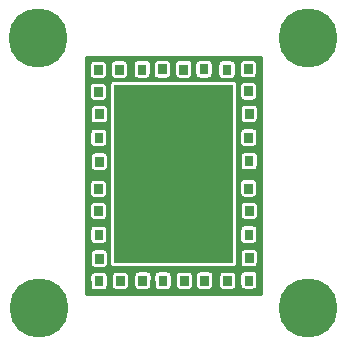
<source format=gbr>
%TF.GenerationSoftware,KiCad,Pcbnew,9.0.2*%
%TF.CreationDate,2025-06-19T13:53:20-04:00*%
%TF.ProjectId,GlassIDC_Mounted_10x15mm,476c6173-7349-4444-935f-4d6f756e7465,rev?*%
%TF.SameCoordinates,Original*%
%TF.FileFunction,Soldermask,Top*%
%TF.FilePolarity,Negative*%
%FSLAX46Y46*%
G04 Gerber Fmt 4.6, Leading zero omitted, Abs format (unit mm)*
G04 Created by KiCad (PCBNEW 9.0.2) date 2025-06-19 13:53:20*
%MOMM*%
%LPD*%
G01*
G04 APERTURE LIST*
%ADD10C,0.110000*%
%ADD11C,0.010000*%
%ADD12C,0.100000*%
%ADD13C,5.000000*%
G04 APERTURE END LIST*
D10*
X147837257Y-96466129D02*
X147185257Y-96466129D01*
X147185257Y-95704129D01*
X147837257Y-95704129D01*
X147837257Y-96466129D01*
G36*
X147837257Y-96466129D02*
G01*
X147185257Y-96466129D01*
X147185257Y-95704129D01*
X147837257Y-95704129D01*
X147837257Y-96466129D01*
G37*
D11*
X145000000Y-97099679D02*
X142999999Y-97099679D01*
X143000000Y-95715030D01*
X143201731Y-95715030D01*
X143204043Y-96478034D01*
X143215604Y-96567052D01*
X143263003Y-96675723D01*
X143343929Y-96762429D01*
X143447976Y-96816765D01*
X143562428Y-96836418D01*
X144219080Y-96836418D01*
X144306942Y-96824858D01*
X144406742Y-96776688D01*
X144494604Y-96696533D01*
X144547784Y-96594027D01*
X144567052Y-96477649D01*
X144567823Y-95712718D01*
X144556262Y-95625627D01*
X144510019Y-95520809D01*
X144429864Y-95435259D01*
X144328129Y-95379767D01*
X144214063Y-95359729D01*
X143562171Y-95359729D01*
X143473795Y-95370005D01*
X143365872Y-95415966D01*
X143365894Y-95415991D01*
X143278803Y-95496917D01*
X143223311Y-95600193D01*
X143201731Y-95715030D01*
X143000000Y-95715030D01*
X143000000Y-95000000D01*
X145000000Y-95000000D01*
X145000000Y-97099679D01*
G36*
X145000000Y-97099679D02*
G01*
X142999999Y-97099679D01*
X143000000Y-95715030D01*
X143201731Y-95715030D01*
X143204043Y-96478034D01*
X143215604Y-96567052D01*
X143263003Y-96675723D01*
X143343929Y-96762429D01*
X143447976Y-96816765D01*
X143562428Y-96836418D01*
X144219080Y-96836418D01*
X144306942Y-96824858D01*
X144406742Y-96776688D01*
X144494604Y-96696533D01*
X144547784Y-96594027D01*
X144567052Y-96477649D01*
X144567823Y-95712718D01*
X144556262Y-95625627D01*
X144510019Y-95520809D01*
X144429864Y-95435259D01*
X144328129Y-95379767D01*
X144214063Y-95359729D01*
X143562171Y-95359729D01*
X143473795Y-95370005D01*
X143365872Y-95415966D01*
X143365894Y-95415991D01*
X143278803Y-95496917D01*
X143223311Y-95600193D01*
X143201731Y-95715030D01*
X143000000Y-95715030D01*
X143000000Y-95000000D01*
X145000000Y-95000000D01*
X145000000Y-97099679D01*
G37*
D10*
X155111937Y-96446468D02*
X154459937Y-96446468D01*
X154459937Y-95684468D01*
X155111937Y-95684468D01*
X155111937Y-96446468D01*
G36*
X155111937Y-96446468D02*
G01*
X154459937Y-96446468D01*
X154459937Y-95684468D01*
X155111937Y-95684468D01*
X155111937Y-96446468D01*
G37*
X146126724Y-96475790D02*
X145474724Y-96475790D01*
X145474724Y-95713790D01*
X146126724Y-95713790D01*
X146126724Y-96475790D01*
G36*
X146126724Y-96475790D02*
G01*
X145474724Y-96475790D01*
X145474724Y-95713790D01*
X146126724Y-95713790D01*
X146126724Y-96475790D01*
G37*
D11*
X141285572Y-111007733D02*
X141285572Y-111007732D01*
X143111276Y-111007732D01*
X143111276Y-113106299D01*
X141000573Y-113106299D01*
X141000574Y-111722762D01*
X141487303Y-111722762D01*
X141489615Y-112485766D01*
X141501176Y-112574784D01*
X141548575Y-112683455D01*
X141629501Y-112770161D01*
X141733548Y-112824497D01*
X141848000Y-112844150D01*
X142504652Y-112844150D01*
X142592514Y-112832590D01*
X142692314Y-112784420D01*
X142780176Y-112704265D01*
X142833356Y-112601759D01*
X142852624Y-112485381D01*
X142853395Y-111720450D01*
X142841834Y-111633359D01*
X142795591Y-111528541D01*
X142715436Y-111442991D01*
X142613701Y-111387499D01*
X142499635Y-111367461D01*
X141847743Y-111367461D01*
X141759367Y-111377737D01*
X141651444Y-111423698D01*
X141651466Y-111423723D01*
X141564375Y-111504649D01*
X141508883Y-111607925D01*
X141487303Y-111722762D01*
X141000574Y-111722762D01*
X141000574Y-110683716D01*
X141285572Y-111007733D01*
G36*
X141285572Y-111007733D02*
G01*
X141285572Y-111007732D01*
X143111276Y-111007732D01*
X143111276Y-113106299D01*
X141000573Y-113106299D01*
X141000574Y-111722762D01*
X141487303Y-111722762D01*
X141489615Y-112485766D01*
X141501176Y-112574784D01*
X141548575Y-112683455D01*
X141629501Y-112770161D01*
X141733548Y-112824497D01*
X141848000Y-112844150D01*
X142504652Y-112844150D01*
X142592514Y-112832590D01*
X142692314Y-112784420D01*
X142780176Y-112704265D01*
X142833356Y-112601759D01*
X142852624Y-112485381D01*
X142853395Y-111720450D01*
X142841834Y-111633359D01*
X142795591Y-111528541D01*
X142715436Y-111442991D01*
X142613701Y-111387499D01*
X142499635Y-111367461D01*
X141847743Y-111367461D01*
X141759367Y-111377737D01*
X141651444Y-111423698D01*
X141651466Y-111423723D01*
X141564375Y-111504649D01*
X141508883Y-111607925D01*
X141487303Y-111722762D01*
X141000574Y-111722762D01*
X141000574Y-110683716D01*
X141285572Y-111007733D01*
G37*
X141256959Y-100780562D02*
X141256959Y-100780561D01*
X143111277Y-100780561D01*
X143111277Y-102879128D01*
X140993918Y-102879128D01*
X140993919Y-101495591D01*
X141458690Y-101495591D01*
X141461002Y-102258595D01*
X141472563Y-102347613D01*
X141519962Y-102456284D01*
X141600888Y-102542990D01*
X141704935Y-102597326D01*
X141819387Y-102616979D01*
X142476039Y-102616979D01*
X142563901Y-102605419D01*
X142663701Y-102557249D01*
X142751563Y-102477094D01*
X142804743Y-102374588D01*
X142824011Y-102258210D01*
X142824782Y-101493279D01*
X142813221Y-101406188D01*
X142766978Y-101301370D01*
X142686823Y-101215820D01*
X142585088Y-101160328D01*
X142471022Y-101140290D01*
X141819130Y-101140290D01*
X141730754Y-101150566D01*
X141622831Y-101196527D01*
X141622853Y-101196552D01*
X141535762Y-101277478D01*
X141480270Y-101380754D01*
X141458690Y-101495591D01*
X140993919Y-101495591D01*
X140993919Y-100481509D01*
X141256959Y-100780562D01*
G36*
X141256959Y-100780562D02*
G01*
X141256959Y-100780561D01*
X143111277Y-100780561D01*
X143111277Y-102879128D01*
X140993918Y-102879128D01*
X140993919Y-101495591D01*
X141458690Y-101495591D01*
X141461002Y-102258595D01*
X141472563Y-102347613D01*
X141519962Y-102456284D01*
X141600888Y-102542990D01*
X141704935Y-102597326D01*
X141819387Y-102616979D01*
X142476039Y-102616979D01*
X142563901Y-102605419D01*
X142663701Y-102557249D01*
X142751563Y-102477094D01*
X142804743Y-102374588D01*
X142824011Y-102258210D01*
X142824782Y-101493279D01*
X142813221Y-101406188D01*
X142766978Y-101301370D01*
X142686823Y-101215820D01*
X142585088Y-101160328D01*
X142471022Y-101140290D01*
X141819130Y-101140290D01*
X141730754Y-101150566D01*
X141622831Y-101196527D01*
X141622853Y-101196552D01*
X141535762Y-101277478D01*
X141480270Y-101380754D01*
X141458690Y-101495591D01*
X140993919Y-101495591D01*
X140993919Y-100481509D01*
X141256959Y-100780562D01*
G37*
D10*
X142474756Y-110494241D02*
X141822756Y-110494241D01*
X141822756Y-109732241D01*
X142474756Y-109732241D01*
X142474756Y-110494241D01*
G36*
X142474756Y-110494241D02*
G01*
X141822756Y-110494241D01*
X141822756Y-109732241D01*
X142474756Y-109732241D01*
X142474756Y-110494241D01*
G37*
X146188723Y-114366806D02*
X145536723Y-114366806D01*
X145536723Y-113604806D01*
X146188723Y-113604806D01*
X146188723Y-114366806D01*
G36*
X146188723Y-114366806D02*
G01*
X145536723Y-114366806D01*
X145536723Y-113604806D01*
X146188723Y-113604806D01*
X146188723Y-114366806D01*
G37*
X155173936Y-114337484D02*
X154521936Y-114337484D01*
X154521936Y-113575484D01*
X155173936Y-113575484D01*
X155173936Y-114337484D01*
G36*
X155173936Y-114337484D02*
G01*
X154521936Y-114337484D01*
X154521936Y-113575484D01*
X155173936Y-113575484D01*
X155173936Y-114337484D01*
G37*
D11*
X145070083Y-114990652D02*
X143070082Y-114990652D01*
X143070083Y-113606003D01*
X143271814Y-113606003D01*
X143274126Y-114369007D01*
X143285687Y-114458025D01*
X143333086Y-114566696D01*
X143414012Y-114653402D01*
X143518059Y-114707738D01*
X143632511Y-114727391D01*
X144289163Y-114727391D01*
X144377025Y-114715831D01*
X144476825Y-114667661D01*
X144564687Y-114587506D01*
X144617867Y-114485000D01*
X144637135Y-114368622D01*
X144637906Y-113603691D01*
X144626345Y-113516600D01*
X144580102Y-113411782D01*
X144499947Y-113326232D01*
X144398212Y-113270740D01*
X144284146Y-113250702D01*
X143632254Y-113250702D01*
X143543878Y-113260978D01*
X143435955Y-113306939D01*
X143435977Y-113306964D01*
X143348886Y-113387890D01*
X143293394Y-113491166D01*
X143271814Y-113606003D01*
X143070083Y-113606003D01*
X143070083Y-112890973D01*
X145070083Y-112890973D01*
X145070083Y-114990652D01*
G36*
X145070083Y-114990652D02*
G01*
X143070082Y-114990652D01*
X143070083Y-113606003D01*
X143271814Y-113606003D01*
X143274126Y-114369007D01*
X143285687Y-114458025D01*
X143333086Y-114566696D01*
X143414012Y-114653402D01*
X143518059Y-114707738D01*
X143632511Y-114727391D01*
X144289163Y-114727391D01*
X144377025Y-114715831D01*
X144476825Y-114667661D01*
X144564687Y-114587506D01*
X144617867Y-114485000D01*
X144637135Y-114368622D01*
X144637906Y-113603691D01*
X144626345Y-113516600D01*
X144580102Y-113411782D01*
X144499947Y-113326232D01*
X144398212Y-113270740D01*
X144284146Y-113250702D01*
X143632254Y-113250702D01*
X143543878Y-113260978D01*
X143435955Y-113306939D01*
X143435977Y-113306964D01*
X143348886Y-113387890D01*
X143293394Y-113491166D01*
X143271814Y-113606003D01*
X143070083Y-113606003D01*
X143070083Y-112890973D01*
X145070083Y-112890973D01*
X145070083Y-114990652D01*
G37*
X153956410Y-100748697D02*
X155998458Y-100748697D01*
X155998458Y-102847264D01*
X153805778Y-102847264D01*
X153805779Y-101463727D01*
X154158141Y-101463727D01*
X154160453Y-102226731D01*
X154172014Y-102315749D01*
X154219413Y-102424420D01*
X154300339Y-102511126D01*
X154404386Y-102565462D01*
X154518838Y-102585115D01*
X155175490Y-102585115D01*
X155263352Y-102573555D01*
X155363152Y-102525385D01*
X155451014Y-102445230D01*
X155504194Y-102342724D01*
X155523462Y-102226346D01*
X155524233Y-101461415D01*
X155512672Y-101374324D01*
X155466429Y-101269506D01*
X155386274Y-101183956D01*
X155284539Y-101128464D01*
X155170473Y-101108426D01*
X154518581Y-101108426D01*
X154430205Y-101118702D01*
X154322282Y-101164663D01*
X154322304Y-101164688D01*
X154235213Y-101245614D01*
X154179721Y-101348890D01*
X154158141Y-101463727D01*
X153805779Y-101463727D01*
X153805779Y-100577442D01*
X153956410Y-100748697D01*
G36*
X153956410Y-100748697D02*
G01*
X155998458Y-100748697D01*
X155998458Y-102847264D01*
X153805778Y-102847264D01*
X153805779Y-101463727D01*
X154158141Y-101463727D01*
X154160453Y-102226731D01*
X154172014Y-102315749D01*
X154219413Y-102424420D01*
X154300339Y-102511126D01*
X154404386Y-102565462D01*
X154518838Y-102585115D01*
X155175490Y-102585115D01*
X155263352Y-102573555D01*
X155363152Y-102525385D01*
X155451014Y-102445230D01*
X155504194Y-102342724D01*
X155523462Y-102226346D01*
X155524233Y-101461415D01*
X155512672Y-101374324D01*
X155466429Y-101269506D01*
X155386274Y-101183956D01*
X155284539Y-101128464D01*
X155170473Y-101108426D01*
X154518581Y-101108426D01*
X154430205Y-101118702D01*
X154322282Y-101164663D01*
X154322304Y-101164688D01*
X154235213Y-101245614D01*
X154179721Y-101348890D01*
X154158141Y-101463727D01*
X153805779Y-101463727D01*
X153805779Y-100577442D01*
X153956410Y-100748697D01*
G37*
D10*
X155193841Y-100224316D02*
X154541841Y-100224316D01*
X154541841Y-99462316D01*
X155193841Y-99462316D01*
X155193841Y-100224316D01*
G36*
X155193841Y-100224316D02*
G01*
X154541841Y-100224316D01*
X154541841Y-99462316D01*
X155193841Y-99462316D01*
X155193841Y-100224316D01*
G37*
D11*
X153975345Y-102752599D02*
X155996687Y-102752599D01*
X155996687Y-104851166D01*
X153807042Y-104851166D01*
X153807043Y-103467629D01*
X154177076Y-103467629D01*
X154179388Y-104230633D01*
X154190949Y-104319651D01*
X154238348Y-104428322D01*
X154319274Y-104515028D01*
X154423321Y-104569364D01*
X154537773Y-104589017D01*
X155194425Y-104589017D01*
X155282287Y-104577457D01*
X155382087Y-104529287D01*
X155469949Y-104449132D01*
X155523129Y-104346626D01*
X155542397Y-104230248D01*
X155543168Y-103465317D01*
X155531607Y-103378226D01*
X155485364Y-103273408D01*
X155405209Y-103187858D01*
X155303474Y-103132366D01*
X155189408Y-103112328D01*
X154537516Y-103112328D01*
X154449140Y-103122604D01*
X154341217Y-103168565D01*
X154341239Y-103168590D01*
X154254148Y-103249516D01*
X154198656Y-103352792D01*
X154177076Y-103467629D01*
X153807043Y-103467629D01*
X153807043Y-102561254D01*
X153975345Y-102752599D01*
G36*
X153975345Y-102752599D02*
G01*
X155996687Y-102752599D01*
X155996687Y-104851166D01*
X153807042Y-104851166D01*
X153807043Y-103467629D01*
X154177076Y-103467629D01*
X154179388Y-104230633D01*
X154190949Y-104319651D01*
X154238348Y-104428322D01*
X154319274Y-104515028D01*
X154423321Y-104569364D01*
X154537773Y-104589017D01*
X155194425Y-104589017D01*
X155282287Y-104577457D01*
X155382087Y-104529287D01*
X155469949Y-104449132D01*
X155523129Y-104346626D01*
X155542397Y-104230248D01*
X155543168Y-103465317D01*
X155531607Y-103378226D01*
X155485364Y-103273408D01*
X155405209Y-103187858D01*
X155303474Y-103132366D01*
X155189408Y-103112328D01*
X154537516Y-103112328D01*
X154449140Y-103122604D01*
X154341217Y-103168565D01*
X154341239Y-103168590D01*
X154254148Y-103249516D01*
X154198656Y-103352792D01*
X154177076Y-103467629D01*
X153807043Y-103467629D01*
X153807043Y-102561254D01*
X153975345Y-102752599D01*
G37*
D10*
X144210904Y-96488450D02*
X143558904Y-96488450D01*
X143558904Y-95726450D01*
X144210904Y-95726450D01*
X144210904Y-96488450D01*
G36*
X144210904Y-96488450D02*
G01*
X143558904Y-96488450D01*
X143558904Y-95726450D01*
X144210904Y-95726450D01*
X144210904Y-96488450D01*
G37*
D11*
X146650688Y-97095400D02*
X144918608Y-97095400D01*
X144918609Y-95695977D01*
X145120340Y-95695977D01*
X145122652Y-96458981D01*
X145134213Y-96547999D01*
X145181612Y-96656670D01*
X145262538Y-96743376D01*
X145366585Y-96797712D01*
X145481037Y-96817365D01*
X146137689Y-96817365D01*
X146225551Y-96805805D01*
X146325351Y-96757635D01*
X146413213Y-96677480D01*
X146466393Y-96574974D01*
X146485661Y-96458596D01*
X146486432Y-95693665D01*
X146474871Y-95606574D01*
X146428628Y-95501756D01*
X146348473Y-95416206D01*
X146246738Y-95360714D01*
X146132672Y-95340676D01*
X145480780Y-95340676D01*
X145392404Y-95350952D01*
X145284480Y-95396913D01*
X145284503Y-95396938D01*
X145197412Y-95477864D01*
X145141920Y-95581140D01*
X145120340Y-95695977D01*
X144918609Y-95695977D01*
X144918609Y-94996555D01*
X144918609Y-94996554D01*
X146650688Y-94996554D01*
X146650688Y-97095400D01*
G36*
X146650688Y-97095400D02*
G01*
X144918608Y-97095400D01*
X144918609Y-95695977D01*
X145120340Y-95695977D01*
X145122652Y-96458981D01*
X145134213Y-96547999D01*
X145181612Y-96656670D01*
X145262538Y-96743376D01*
X145366585Y-96797712D01*
X145481037Y-96817365D01*
X146137689Y-96817365D01*
X146225551Y-96805805D01*
X146325351Y-96757635D01*
X146413213Y-96677480D01*
X146466393Y-96574974D01*
X146485661Y-96458596D01*
X146486432Y-95693665D01*
X146474871Y-95606574D01*
X146428628Y-95501756D01*
X146348473Y-95416206D01*
X146246738Y-95360714D01*
X146132672Y-95340676D01*
X145480780Y-95340676D01*
X145392404Y-95350952D01*
X145284480Y-95396913D01*
X145284503Y-95396938D01*
X145197412Y-95477864D01*
X145141920Y-95581140D01*
X145120340Y-95695977D01*
X144918609Y-95695977D01*
X144918609Y-94996555D01*
X144918609Y-94996554D01*
X146650688Y-94996554D01*
X146650688Y-97095400D01*
G37*
X146720771Y-114986373D02*
X144988691Y-114986373D01*
X144988692Y-113586950D01*
X145190423Y-113586950D01*
X145192735Y-114349954D01*
X145204296Y-114438972D01*
X145251695Y-114547643D01*
X145332621Y-114634349D01*
X145436668Y-114688685D01*
X145551120Y-114708338D01*
X146207772Y-114708338D01*
X146295634Y-114696778D01*
X146395434Y-114648608D01*
X146483296Y-114568453D01*
X146536476Y-114465947D01*
X146555744Y-114349569D01*
X146556515Y-113584638D01*
X146544954Y-113497547D01*
X146498711Y-113392729D01*
X146418556Y-113307179D01*
X146316821Y-113251687D01*
X146202755Y-113231649D01*
X145550863Y-113231649D01*
X145462487Y-113241925D01*
X145354563Y-113287886D01*
X145354586Y-113287911D01*
X145267495Y-113368837D01*
X145212003Y-113472113D01*
X145190423Y-113586950D01*
X144988692Y-113586950D01*
X144988692Y-112887528D01*
X144988692Y-112887527D01*
X146720771Y-112887527D01*
X146720771Y-114986373D01*
G36*
X146720771Y-114986373D02*
G01*
X144988691Y-114986373D01*
X144988692Y-113586950D01*
X145190423Y-113586950D01*
X145192735Y-114349954D01*
X145204296Y-114438972D01*
X145251695Y-114547643D01*
X145332621Y-114634349D01*
X145436668Y-114688685D01*
X145551120Y-114708338D01*
X146207772Y-114708338D01*
X146295634Y-114696778D01*
X146395434Y-114648608D01*
X146483296Y-114568453D01*
X146536476Y-114465947D01*
X146555744Y-114349569D01*
X146556515Y-113584638D01*
X146544954Y-113497547D01*
X146498711Y-113392729D01*
X146418556Y-113307179D01*
X146316821Y-113251687D01*
X146202755Y-113231649D01*
X145550863Y-113231649D01*
X145462487Y-113241925D01*
X145354563Y-113287886D01*
X145354586Y-113287911D01*
X145267495Y-113368837D01*
X145212003Y-113472113D01*
X145190423Y-113586950D01*
X144988692Y-113586950D01*
X144988692Y-112887528D01*
X144988692Y-112887527D01*
X146720771Y-112887527D01*
X146720771Y-114986373D01*
G37*
X148622845Y-97095955D02*
X146622844Y-97095955D01*
X146622845Y-95688054D01*
X146824576Y-95688054D01*
X146826888Y-96451058D01*
X146838449Y-96540076D01*
X146885848Y-96648747D01*
X146966774Y-96735453D01*
X147070821Y-96789789D01*
X147185273Y-96809442D01*
X147841925Y-96809442D01*
X147929787Y-96797882D01*
X148029587Y-96749712D01*
X148117449Y-96669557D01*
X148170629Y-96567051D01*
X148189897Y-96450673D01*
X148190668Y-95685742D01*
X148179107Y-95598651D01*
X148132864Y-95493833D01*
X148052709Y-95408283D01*
X147950974Y-95352791D01*
X147836908Y-95332753D01*
X147185016Y-95332753D01*
X147096640Y-95343029D01*
X146988716Y-95388990D01*
X146988739Y-95389015D01*
X146901648Y-95469941D01*
X146846156Y-95573217D01*
X146824576Y-95688054D01*
X146622845Y-95688054D01*
X146622845Y-95000000D01*
X146622845Y-94995958D01*
X148622845Y-94995958D01*
X148622845Y-97095955D01*
G36*
X148622845Y-97095955D02*
G01*
X146622844Y-97095955D01*
X146622845Y-95688054D01*
X146824576Y-95688054D01*
X146826888Y-96451058D01*
X146838449Y-96540076D01*
X146885848Y-96648747D01*
X146966774Y-96735453D01*
X147070821Y-96789789D01*
X147185273Y-96809442D01*
X147841925Y-96809442D01*
X147929787Y-96797882D01*
X148029587Y-96749712D01*
X148117449Y-96669557D01*
X148170629Y-96567051D01*
X148189897Y-96450673D01*
X148190668Y-95685742D01*
X148179107Y-95598651D01*
X148132864Y-95493833D01*
X148052709Y-95408283D01*
X147950974Y-95352791D01*
X147836908Y-95332753D01*
X147185016Y-95332753D01*
X147096640Y-95343029D01*
X146988716Y-95388990D01*
X146988739Y-95389015D01*
X146901648Y-95469941D01*
X146846156Y-95573217D01*
X146824576Y-95688054D01*
X146622845Y-95688054D01*
X146622845Y-95000000D01*
X146622845Y-94995958D01*
X148622845Y-94995958D01*
X148622845Y-97095955D01*
G37*
X153956410Y-108964443D02*
X156001605Y-108964443D01*
X156001605Y-111063010D01*
X153808812Y-111063010D01*
X153808813Y-109679473D01*
X154158141Y-109679473D01*
X154160453Y-110442477D01*
X154172014Y-110531495D01*
X154219413Y-110640166D01*
X154300339Y-110726872D01*
X154404386Y-110781208D01*
X154518838Y-110800861D01*
X155175490Y-110800861D01*
X155263352Y-110789301D01*
X155363152Y-110741131D01*
X155451014Y-110660976D01*
X155504194Y-110558470D01*
X155523462Y-110442092D01*
X155524233Y-109677161D01*
X155512672Y-109590070D01*
X155466429Y-109485252D01*
X155386274Y-109399702D01*
X155284539Y-109344210D01*
X155170473Y-109324172D01*
X154518581Y-109324172D01*
X154430205Y-109334448D01*
X154322282Y-109380409D01*
X154322304Y-109380434D01*
X154235213Y-109461360D01*
X154179721Y-109564636D01*
X154158141Y-109679473D01*
X153808813Y-109679473D01*
X153808813Y-108796638D01*
X153956410Y-108964443D01*
G36*
X153956410Y-108964443D02*
G01*
X156001605Y-108964443D01*
X156001605Y-111063010D01*
X153808812Y-111063010D01*
X153808813Y-109679473D01*
X154158141Y-109679473D01*
X154160453Y-110442477D01*
X154172014Y-110531495D01*
X154219413Y-110640166D01*
X154300339Y-110726872D01*
X154404386Y-110781208D01*
X154518838Y-110800861D01*
X155175490Y-110800861D01*
X155263352Y-110789301D01*
X155363152Y-110741131D01*
X155451014Y-110660976D01*
X155504194Y-110558470D01*
X155523462Y-110442092D01*
X155524233Y-109677161D01*
X155512672Y-109590070D01*
X155466429Y-109485252D01*
X155386274Y-109399702D01*
X155284539Y-109344210D01*
X155170473Y-109324172D01*
X154518581Y-109324172D01*
X154430205Y-109334448D01*
X154322282Y-109380409D01*
X154322304Y-109380434D01*
X154235213Y-109461360D01*
X154179721Y-109564636D01*
X154158141Y-109679473D01*
X153808813Y-109679473D01*
X153808813Y-108796638D01*
X153956410Y-108964443D01*
G37*
D10*
X155199519Y-108443770D02*
X154547519Y-108443770D01*
X154547519Y-107681770D01*
X155199519Y-107681770D01*
X155199519Y-108443770D01*
G36*
X155199519Y-108443770D02*
G01*
X154547519Y-108443770D01*
X154547519Y-107681770D01*
X155199519Y-107681770D01*
X155199519Y-108443770D01*
G37*
D11*
X141222570Y-96882029D02*
X141222570Y-96882027D01*
X143108100Y-96882027D01*
X143108100Y-98980594D01*
X140993344Y-98980594D01*
X140993345Y-97597057D01*
X141424301Y-97597057D01*
X141426613Y-98360061D01*
X141438174Y-98449079D01*
X141485573Y-98557750D01*
X141566499Y-98644456D01*
X141670546Y-98698792D01*
X141784998Y-98718445D01*
X142441650Y-98718445D01*
X142529512Y-98706885D01*
X142629312Y-98658715D01*
X142717174Y-98578560D01*
X142770354Y-98476054D01*
X142789622Y-98359676D01*
X142790393Y-97594745D01*
X142778832Y-97507654D01*
X142732589Y-97402836D01*
X142652434Y-97317286D01*
X142550699Y-97261794D01*
X142436633Y-97241756D01*
X141784741Y-97241756D01*
X141696365Y-97252032D01*
X141588442Y-97297993D01*
X141588464Y-97298018D01*
X141501373Y-97378944D01*
X141445881Y-97482220D01*
X141424301Y-97597057D01*
X140993345Y-97597057D01*
X140993345Y-96621421D01*
X141222570Y-96882029D01*
G36*
X141222570Y-96882029D02*
G01*
X141222570Y-96882027D01*
X143108100Y-96882027D01*
X143108100Y-98980594D01*
X140993344Y-98980594D01*
X140993345Y-97597057D01*
X141424301Y-97597057D01*
X141426613Y-98360061D01*
X141438174Y-98449079D01*
X141485573Y-98557750D01*
X141566499Y-98644456D01*
X141670546Y-98698792D01*
X141784998Y-98718445D01*
X142441650Y-98718445D01*
X142529512Y-98706885D01*
X142629312Y-98658715D01*
X142717174Y-98578560D01*
X142770354Y-98476054D01*
X142789622Y-98359676D01*
X142790393Y-97594745D01*
X142778832Y-97507654D01*
X142732589Y-97402836D01*
X142652434Y-97317286D01*
X142550699Y-97261794D01*
X142436633Y-97241756D01*
X141784741Y-97241756D01*
X141696365Y-97252032D01*
X141588442Y-97297993D01*
X141588464Y-97298018D01*
X141501373Y-97378944D01*
X141445881Y-97482220D01*
X141424301Y-97597057D01*
X140993345Y-97597057D01*
X140993345Y-96621421D01*
X141222570Y-96882029D01*
G37*
D10*
X142469078Y-102274787D02*
X141817078Y-102274787D01*
X141817078Y-101512787D01*
X142469078Y-101512787D01*
X142469078Y-102274787D01*
G36*
X142469078Y-102274787D02*
G01*
X141817078Y-102274787D01*
X141817078Y-101512787D01*
X142469078Y-101512787D01*
X142469078Y-102274787D01*
G37*
X151430047Y-114354919D02*
X150778047Y-114354919D01*
X150778047Y-113592919D01*
X151430047Y-113592919D01*
X151430047Y-114354919D01*
G36*
X151430047Y-114354919D02*
G01*
X150778047Y-114354919D01*
X150778047Y-113592919D01*
X151430047Y-113592919D01*
X151430047Y-114354919D01*
G37*
X144281577Y-114401677D02*
X143629577Y-114401677D01*
X143629577Y-113639677D01*
X144281577Y-113639677D01*
X144281577Y-114401677D01*
G36*
X144281577Y-114401677D02*
G01*
X143629577Y-114401677D01*
X143629577Y-113639677D01*
X144281577Y-113639677D01*
X144281577Y-114401677D01*
G37*
X142417443Y-96519418D02*
X141765443Y-96519418D01*
X141765443Y-95757418D01*
X142417443Y-95757418D01*
X142417443Y-96519418D01*
G36*
X142417443Y-96519418D02*
G01*
X141765443Y-96519418D01*
X141765443Y-95757418D01*
X142417443Y-95757418D01*
X142417443Y-96519418D01*
G37*
D11*
X141272545Y-114850877D02*
X155777347Y-114850877D01*
X155777347Y-115200386D01*
X141272545Y-115200386D01*
X141272545Y-114850877D01*
G36*
X141272545Y-114850877D02*
G01*
X155777347Y-114850877D01*
X155777347Y-115200386D01*
X141272545Y-115200386D01*
X141272545Y-114850877D01*
G37*
D10*
X142440872Y-108476127D02*
X141788872Y-108476127D01*
X141788872Y-107714127D01*
X142440872Y-107714127D01*
X142440872Y-108476127D01*
G36*
X142440872Y-108476127D02*
G01*
X141788872Y-108476127D01*
X141788872Y-107714127D01*
X142440872Y-107714127D01*
X142440872Y-108476127D01*
G37*
X142494322Y-104280546D02*
X141842322Y-104280546D01*
X141842322Y-103518546D01*
X142494322Y-103518546D01*
X142494322Y-104280546D01*
G36*
X142494322Y-104280546D02*
G01*
X141842322Y-104280546D01*
X141842322Y-103518546D01*
X142494322Y-103518546D01*
X142494322Y-104280546D01*
G37*
X147899256Y-114357145D02*
X147247256Y-114357145D01*
X147247256Y-113595145D01*
X147899256Y-113595145D01*
X147899256Y-114357145D01*
G36*
X147899256Y-114357145D02*
G01*
X147247256Y-114357145D01*
X147247256Y-113595145D01*
X147899256Y-113595145D01*
X147899256Y-114357145D01*
G37*
X155188275Y-104241452D02*
X154536275Y-104241452D01*
X154536275Y-103479452D01*
X155188275Y-103479452D01*
X155188275Y-104241452D01*
G36*
X155188275Y-104241452D02*
G01*
X154536275Y-104241452D01*
X154536275Y-103479452D01*
X155188275Y-103479452D01*
X155188275Y-104241452D01*
G37*
D11*
X155713791Y-97056956D02*
X153897173Y-97056956D01*
X153897174Y-95673419D01*
X154098905Y-95673419D01*
X154101217Y-96436423D01*
X154112778Y-96525441D01*
X154160177Y-96634112D01*
X154241103Y-96720818D01*
X154345150Y-96775154D01*
X154459602Y-96794807D01*
X155116254Y-96794807D01*
X155204116Y-96783247D01*
X155303916Y-96735077D01*
X155391778Y-96654922D01*
X155444958Y-96552416D01*
X155464226Y-96436038D01*
X155464997Y-95671107D01*
X155453436Y-95584016D01*
X155407193Y-95479198D01*
X155327038Y-95393648D01*
X155225303Y-95338156D01*
X155111237Y-95318118D01*
X154459345Y-95318118D01*
X154370969Y-95328394D01*
X154263044Y-95374356D01*
X154263068Y-95374380D01*
X154175977Y-95455306D01*
X154120485Y-95558582D01*
X154098905Y-95673419D01*
X153897174Y-95673419D01*
X153897174Y-95000000D01*
X153897174Y-94994798D01*
X155713791Y-94994798D01*
X155713791Y-97056956D01*
G36*
X155713791Y-97056956D02*
G01*
X153897173Y-97056956D01*
X153897174Y-95673419D01*
X154098905Y-95673419D01*
X154101217Y-96436423D01*
X154112778Y-96525441D01*
X154160177Y-96634112D01*
X154241103Y-96720818D01*
X154345150Y-96775154D01*
X154459602Y-96794807D01*
X155116254Y-96794807D01*
X155204116Y-96783247D01*
X155303916Y-96735077D01*
X155391778Y-96654922D01*
X155444958Y-96552416D01*
X155464226Y-96436038D01*
X155464997Y-95671107D01*
X155453436Y-95584016D01*
X155407193Y-95479198D01*
X155327038Y-95393648D01*
X155225303Y-95338156D01*
X155111237Y-95318118D01*
X154459345Y-95318118D01*
X154370969Y-95328394D01*
X154263044Y-95374356D01*
X154263068Y-95374380D01*
X154175977Y-95455306D01*
X154120485Y-95558582D01*
X154098905Y-95673419D01*
X153897174Y-95673419D01*
X153897174Y-95000000D01*
X153897174Y-94994798D01*
X155713791Y-94994798D01*
X155713791Y-97056956D01*
G37*
X142795374Y-112804721D02*
X155800176Y-112804721D01*
X155800176Y-113154230D01*
X142795374Y-113154230D01*
X142795374Y-112804721D01*
G36*
X142795374Y-112804721D02*
G01*
X155800176Y-112804721D01*
X155800176Y-113154230D01*
X142795374Y-113154230D01*
X142795374Y-112804721D01*
G37*
X152225005Y-114988084D02*
X150225004Y-114988084D01*
X150225005Y-113579264D01*
X150426736Y-113579264D01*
X150429048Y-114342268D01*
X150440609Y-114431286D01*
X150488008Y-114539957D01*
X150568934Y-114626663D01*
X150672981Y-114680999D01*
X150787433Y-114700652D01*
X151444085Y-114700652D01*
X151531947Y-114689092D01*
X151631747Y-114640922D01*
X151719609Y-114560767D01*
X151772789Y-114458261D01*
X151792057Y-114341883D01*
X151792828Y-113576952D01*
X151781267Y-113489861D01*
X151735024Y-113385043D01*
X151654869Y-113299493D01*
X151553134Y-113244001D01*
X151439068Y-113223963D01*
X150787176Y-113223963D01*
X150698800Y-113234239D01*
X150590876Y-113280200D01*
X150590899Y-113280225D01*
X150503808Y-113361151D01*
X150448316Y-113464427D01*
X150426736Y-113579264D01*
X150225005Y-113579264D01*
X150225005Y-112890973D01*
X150225005Y-112887505D01*
X152225005Y-112887505D01*
X152225005Y-114988084D01*
G36*
X152225005Y-114988084D02*
G01*
X150225004Y-114988084D01*
X150225005Y-113579264D01*
X150426736Y-113579264D01*
X150429048Y-114342268D01*
X150440609Y-114431286D01*
X150488008Y-114539957D01*
X150568934Y-114626663D01*
X150672981Y-114680999D01*
X150787433Y-114700652D01*
X151444085Y-114700652D01*
X151531947Y-114689092D01*
X151631747Y-114640922D01*
X151719609Y-114560767D01*
X151772789Y-114458261D01*
X151792057Y-114341883D01*
X151792828Y-113576952D01*
X151781267Y-113489861D01*
X151735024Y-113385043D01*
X151654869Y-113299493D01*
X151553134Y-113244001D01*
X151439068Y-113223963D01*
X150787176Y-113223963D01*
X150698800Y-113234239D01*
X150590876Y-113280200D01*
X150590899Y-113280225D01*
X150503808Y-113361151D01*
X150448316Y-113464427D01*
X150426736Y-113579264D01*
X150225005Y-113579264D01*
X150225005Y-112890973D01*
X150225005Y-112887505D01*
X152225005Y-112887505D01*
X152225005Y-114988084D01*
G37*
D10*
X142435497Y-98367930D02*
X141783497Y-98367930D01*
X141783497Y-97605930D01*
X142435497Y-97605930D01*
X142435497Y-98367930D01*
G36*
X142435497Y-98367930D02*
G01*
X141783497Y-98367930D01*
X141783497Y-97605930D01*
X142435497Y-97605930D01*
X142435497Y-98367930D01*
G37*
D11*
X155871717Y-95004282D02*
X155921385Y-95015243D01*
X155975164Y-95061829D01*
X155995374Y-95132050D01*
X155995374Y-99203641D01*
X155995033Y-99203982D01*
X155598117Y-98807066D01*
X155598117Y-95002392D01*
X155871717Y-95004282D01*
G36*
X155871717Y-95004282D02*
G01*
X155921385Y-95015243D01*
X155975164Y-95061829D01*
X155995374Y-95132050D01*
X155995374Y-99203641D01*
X155995033Y-99203982D01*
X155598117Y-98807066D01*
X155598117Y-95002392D01*
X155871717Y-95004282D01*
G37*
D10*
X155168709Y-110455147D02*
X154516709Y-110455147D01*
X154516709Y-109693147D01*
X155168709Y-109693147D01*
X155168709Y-110455147D01*
G36*
X155168709Y-110455147D02*
G01*
X154516709Y-110455147D01*
X154516709Y-109693147D01*
X155168709Y-109693147D01*
X155168709Y-110455147D01*
G37*
X155135128Y-106548290D02*
X154483128Y-106548290D01*
X154483128Y-105786290D01*
X155135128Y-105786290D01*
X155135128Y-106548290D01*
G36*
X155135128Y-106548290D02*
G01*
X154483128Y-106548290D01*
X154483128Y-105786290D01*
X155135128Y-105786290D01*
X155135128Y-106548290D01*
G37*
D11*
X156003901Y-107154930D02*
X153806934Y-107154930D01*
X153806935Y-105771393D01*
X154126927Y-105771393D01*
X154129239Y-106534397D01*
X154140800Y-106623415D01*
X154188199Y-106732086D01*
X154269125Y-106818792D01*
X154373172Y-106873128D01*
X154487624Y-106892781D01*
X155144276Y-106892781D01*
X155232138Y-106881221D01*
X155331938Y-106833051D01*
X155419800Y-106752896D01*
X155472980Y-106650390D01*
X155492248Y-106534012D01*
X155493019Y-105769081D01*
X155481458Y-105681990D01*
X155435215Y-105577172D01*
X155355060Y-105491622D01*
X155253325Y-105436130D01*
X155139259Y-105416092D01*
X154487367Y-105416092D01*
X154398991Y-105426368D01*
X154291068Y-105472329D01*
X154291090Y-105472354D01*
X154203999Y-105553280D01*
X154148507Y-105656556D01*
X154126927Y-105771393D01*
X153806935Y-105771393D01*
X153806935Y-104921911D01*
X153808046Y-104923174D01*
X153808046Y-104830922D01*
X156003901Y-104830922D01*
X156003901Y-107154930D01*
G36*
X156003901Y-107154930D02*
G01*
X153806934Y-107154930D01*
X153806935Y-105771393D01*
X154126927Y-105771393D01*
X154129239Y-106534397D01*
X154140800Y-106623415D01*
X154188199Y-106732086D01*
X154269125Y-106818792D01*
X154373172Y-106873128D01*
X154487624Y-106892781D01*
X155144276Y-106892781D01*
X155232138Y-106881221D01*
X155331938Y-106833051D01*
X155419800Y-106752896D01*
X155472980Y-106650390D01*
X155492248Y-106534012D01*
X155493019Y-105769081D01*
X155481458Y-105681990D01*
X155435215Y-105577172D01*
X155355060Y-105491622D01*
X155253325Y-105436130D01*
X155139259Y-105416092D01*
X154487367Y-105416092D01*
X154398991Y-105426368D01*
X154291068Y-105472329D01*
X154291090Y-105472354D01*
X154203999Y-105553280D01*
X154148507Y-105656556D01*
X154126927Y-105771393D01*
X153806935Y-105771393D01*
X153806935Y-104921911D01*
X153808046Y-104923174D01*
X153808046Y-104830922D01*
X156003901Y-104830922D01*
X156003901Y-107154930D01*
G37*
X153995949Y-114983458D02*
X152179331Y-114983458D01*
X152179332Y-113599921D01*
X152381063Y-113599921D01*
X152383375Y-114362925D01*
X152394936Y-114451943D01*
X152442335Y-114560614D01*
X152523261Y-114647320D01*
X152627308Y-114701656D01*
X152741760Y-114721309D01*
X153398412Y-114721309D01*
X153486274Y-114709749D01*
X153586074Y-114661579D01*
X153673936Y-114581424D01*
X153727116Y-114478918D01*
X153746384Y-114362540D01*
X153747155Y-113597609D01*
X153735594Y-113510518D01*
X153689351Y-113405700D01*
X153609196Y-113320150D01*
X153507461Y-113264658D01*
X153393395Y-113244620D01*
X152741503Y-113244620D01*
X152653127Y-113254896D01*
X152545204Y-113300857D01*
X152545226Y-113300882D01*
X152458135Y-113381808D01*
X152402643Y-113485084D01*
X152381063Y-113599921D01*
X152179332Y-113599921D01*
X152179332Y-112884891D01*
X153995949Y-112884891D01*
X153995949Y-114983458D01*
G36*
X153995949Y-114983458D02*
G01*
X152179331Y-114983458D01*
X152179332Y-113599921D01*
X152381063Y-113599921D01*
X152383375Y-114362925D01*
X152394936Y-114451943D01*
X152442335Y-114560614D01*
X152523261Y-114647320D01*
X152627308Y-114701656D01*
X152741760Y-114721309D01*
X153398412Y-114721309D01*
X153486274Y-114709749D01*
X153586074Y-114661579D01*
X153673936Y-114581424D01*
X153727116Y-114478918D01*
X153746384Y-114362540D01*
X153747155Y-113597609D01*
X153735594Y-113510518D01*
X153689351Y-113405700D01*
X153609196Y-113320150D01*
X153507461Y-113264658D01*
X153393395Y-113244620D01*
X152741503Y-113244620D01*
X152653127Y-113254896D01*
X152545204Y-113300857D01*
X152545226Y-113300882D01*
X152458135Y-113381808D01*
X152402643Y-113485084D01*
X152381063Y-113599921D01*
X152179332Y-113599921D01*
X152179332Y-112884891D01*
X153995949Y-112884891D01*
X153995949Y-114983458D01*
G37*
D12*
X143460000Y-97450000D02*
X153460000Y-97450000D01*
X153460000Y-112450000D01*
X143460000Y-112450000D01*
X143460000Y-97450000D01*
G36*
X143460000Y-97450000D02*
G01*
X153460000Y-97450000D01*
X153460000Y-112450000D01*
X143460000Y-112450000D01*
X143460000Y-97450000D01*
G37*
D11*
X148692928Y-114986928D02*
X146692927Y-114986928D01*
X146692928Y-113579027D01*
X146894659Y-113579027D01*
X146896971Y-114342031D01*
X146908532Y-114431049D01*
X146955931Y-114539720D01*
X147036857Y-114626426D01*
X147140904Y-114680762D01*
X147255356Y-114700415D01*
X147912008Y-114700415D01*
X147999870Y-114688855D01*
X148099670Y-114640685D01*
X148187532Y-114560530D01*
X148240712Y-114458024D01*
X148259980Y-114341646D01*
X148260751Y-113576715D01*
X148249190Y-113489624D01*
X148202947Y-113384806D01*
X148122792Y-113299256D01*
X148021057Y-113243764D01*
X147906991Y-113223726D01*
X147255099Y-113223726D01*
X147166723Y-113234002D01*
X147058799Y-113279963D01*
X147058822Y-113279988D01*
X146971731Y-113360914D01*
X146916239Y-113464190D01*
X146894659Y-113579027D01*
X146692928Y-113579027D01*
X146692928Y-112890973D01*
X146692928Y-112886931D01*
X148692928Y-112886931D01*
X148692928Y-114986928D01*
G36*
X148692928Y-114986928D02*
G01*
X146692927Y-114986928D01*
X146692928Y-113579027D01*
X146894659Y-113579027D01*
X146896971Y-114342031D01*
X146908532Y-114431049D01*
X146955931Y-114539720D01*
X147036857Y-114626426D01*
X147140904Y-114680762D01*
X147255356Y-114700415D01*
X147912008Y-114700415D01*
X147999870Y-114688855D01*
X148099670Y-114640685D01*
X148187532Y-114560530D01*
X148240712Y-114458024D01*
X148259980Y-114341646D01*
X148260751Y-113576715D01*
X148249190Y-113489624D01*
X148202947Y-113384806D01*
X148122792Y-113299256D01*
X148021057Y-113243764D01*
X147906991Y-113223726D01*
X147255099Y-113223726D01*
X147166723Y-113234002D01*
X147058799Y-113279963D01*
X147058822Y-113279988D01*
X146971731Y-113360914D01*
X146916239Y-113464190D01*
X146894659Y-113579027D01*
X146692928Y-113579027D01*
X146692928Y-112890973D01*
X146692928Y-112886931D01*
X148692928Y-112886931D01*
X148692928Y-114986928D01*
G37*
X143541293Y-96974599D02*
X143508340Y-97095314D01*
X143407762Y-97095314D01*
X143310077Y-97124889D01*
X143230694Y-97178068D01*
X143174174Y-97233877D01*
X143128959Y-97317115D01*
X143102754Y-97404463D01*
X142910074Y-97480961D01*
X142954005Y-96944541D01*
X143541293Y-96974599D01*
G36*
X143541293Y-96974599D02*
G01*
X143508340Y-97095314D01*
X143407762Y-97095314D01*
X143310077Y-97124889D01*
X143230694Y-97178068D01*
X143174174Y-97233877D01*
X143128959Y-97317115D01*
X143102754Y-97404463D01*
X142910074Y-97480961D01*
X142954005Y-96944541D01*
X143541293Y-96974599D01*
G37*
X143105259Y-112399824D02*
X143105259Y-112500402D01*
X143134834Y-112598087D01*
X143179381Y-112671870D01*
X143247204Y-112736611D01*
X143321193Y-112777459D01*
X143409826Y-112804721D01*
X143490906Y-112998090D01*
X142954486Y-112954159D01*
X142984544Y-112366871D01*
X143105259Y-112399824D01*
G36*
X143105259Y-112399824D02*
G01*
X143105259Y-112500402D01*
X143134834Y-112598087D01*
X143179381Y-112671870D01*
X143247204Y-112736611D01*
X143321193Y-112777459D01*
X143409826Y-112804721D01*
X143490906Y-112998090D01*
X142954486Y-112954159D01*
X142984544Y-112366871D01*
X143105259Y-112399824D01*
G37*
X155777347Y-114944440D02*
X153960729Y-114944440D01*
X153960730Y-113560903D01*
X154162461Y-113560903D01*
X154164773Y-114323907D01*
X154176334Y-114412925D01*
X154223733Y-114521596D01*
X154304659Y-114608302D01*
X154408706Y-114662638D01*
X154523158Y-114682291D01*
X155179810Y-114682291D01*
X155267672Y-114670731D01*
X155367472Y-114622561D01*
X155455334Y-114542406D01*
X155508514Y-114439900D01*
X155527782Y-114323522D01*
X155528553Y-113558591D01*
X155516992Y-113471500D01*
X155470749Y-113366682D01*
X155390594Y-113281132D01*
X155288859Y-113225640D01*
X155174793Y-113205602D01*
X154522901Y-113205602D01*
X154434525Y-113215878D01*
X154326602Y-113261839D01*
X154326624Y-113261864D01*
X154239533Y-113342790D01*
X154184041Y-113446066D01*
X154162461Y-113560903D01*
X153960730Y-113560903D01*
X153960730Y-112845873D01*
X155777347Y-112845873D01*
X155777347Y-114944440D01*
G36*
X155777347Y-114944440D02*
G01*
X153960729Y-114944440D01*
X153960730Y-113560903D01*
X154162461Y-113560903D01*
X154164773Y-114323907D01*
X154176334Y-114412925D01*
X154223733Y-114521596D01*
X154304659Y-114608302D01*
X154408706Y-114662638D01*
X154523158Y-114682291D01*
X155179810Y-114682291D01*
X155267672Y-114670731D01*
X155367472Y-114622561D01*
X155455334Y-114542406D01*
X155508514Y-114439900D01*
X155527782Y-114323522D01*
X155528553Y-113558591D01*
X155516992Y-113471500D01*
X155470749Y-113366682D01*
X155390594Y-113281132D01*
X155288859Y-113225640D01*
X155174793Y-113205602D01*
X154522901Y-113205602D01*
X154434525Y-113215878D01*
X154326602Y-113261839D01*
X154326624Y-113261864D01*
X154239533Y-113342790D01*
X154184041Y-113446066D01*
X154162461Y-113560903D01*
X153960730Y-113560903D01*
X153960730Y-112845873D01*
X155777347Y-112845873D01*
X155777347Y-114944440D01*
G37*
D10*
X142500000Y-112500000D02*
X141848000Y-112500000D01*
X141848000Y-111738000D01*
X142500000Y-111738000D01*
X142500000Y-112500000D01*
G36*
X142500000Y-112500000D02*
G01*
X141848000Y-112500000D01*
X141848000Y-111738000D01*
X142500000Y-111738000D01*
X142500000Y-112500000D01*
G37*
D11*
X143089163Y-115019087D02*
X141272545Y-115019087D01*
X141272546Y-113635550D01*
X141474277Y-113635550D01*
X141476589Y-114398554D01*
X141488150Y-114487572D01*
X141535549Y-114596243D01*
X141616475Y-114682949D01*
X141720522Y-114737285D01*
X141834974Y-114756938D01*
X142491626Y-114756938D01*
X142579488Y-114745378D01*
X142679288Y-114697208D01*
X142767150Y-114617053D01*
X142820330Y-114514547D01*
X142839598Y-114398169D01*
X142840369Y-113633238D01*
X142828808Y-113546147D01*
X142782565Y-113441329D01*
X142702410Y-113355779D01*
X142600675Y-113300287D01*
X142486609Y-113280249D01*
X141834717Y-113280249D01*
X141746341Y-113290525D01*
X141638418Y-113336486D01*
X141638440Y-113336511D01*
X141551349Y-113417437D01*
X141495857Y-113520713D01*
X141474277Y-113635550D01*
X141272546Y-113635550D01*
X141272546Y-112920520D01*
X143089163Y-112920520D01*
X143089163Y-115019087D01*
G36*
X143089163Y-115019087D02*
G01*
X141272545Y-115019087D01*
X141272546Y-113635550D01*
X141474277Y-113635550D01*
X141476589Y-114398554D01*
X141488150Y-114487572D01*
X141535549Y-114596243D01*
X141616475Y-114682949D01*
X141720522Y-114737285D01*
X141834974Y-114756938D01*
X142491626Y-114756938D01*
X142579488Y-114745378D01*
X142679288Y-114697208D01*
X142767150Y-114617053D01*
X142820330Y-114514547D01*
X142839598Y-114398169D01*
X142840369Y-113633238D01*
X142828808Y-113546147D01*
X142782565Y-113441329D01*
X142702410Y-113355779D01*
X142600675Y-113300287D01*
X142486609Y-113280249D01*
X141834717Y-113280249D01*
X141746341Y-113290525D01*
X141638418Y-113336486D01*
X141638440Y-113336511D01*
X141551349Y-113417437D01*
X141495857Y-113520713D01*
X141474277Y-113635550D01*
X141272546Y-113635550D01*
X141272546Y-112920520D01*
X143089163Y-112920520D01*
X143089163Y-115019087D01*
G37*
D10*
X142479442Y-114410434D02*
X141827442Y-114410434D01*
X141827442Y-113648434D01*
X142479442Y-113648434D01*
X142479442Y-114410434D01*
G36*
X142479442Y-114410434D02*
G01*
X141827442Y-114410434D01*
X141827442Y-113648434D01*
X142479442Y-113648434D01*
X142479442Y-114410434D01*
G37*
X142441175Y-106587384D02*
X141789175Y-106587384D01*
X141789175Y-105825384D01*
X142441175Y-105825384D01*
X142441175Y-106587384D01*
G36*
X142441175Y-106587384D02*
G01*
X141789175Y-106587384D01*
X141789175Y-105825384D01*
X142441175Y-105825384D01*
X142441175Y-106587384D01*
G37*
D11*
X153967629Y-96946820D02*
X153937571Y-97534108D01*
X153816856Y-97501155D01*
X153816856Y-97400577D01*
X153787281Y-97302892D01*
X153734102Y-97223509D01*
X153678293Y-97166989D01*
X153595055Y-97121774D01*
X153507707Y-97095569D01*
X153431209Y-96902889D01*
X153967629Y-96946820D01*
G36*
X153967629Y-96946820D02*
G01*
X153937571Y-97534108D01*
X153816856Y-97501155D01*
X153816856Y-97400577D01*
X153787281Y-97302892D01*
X153734102Y-97223509D01*
X153678293Y-97166989D01*
X153595055Y-97121774D01*
X153507707Y-97095569D01*
X153431209Y-96902889D01*
X153967629Y-96946820D01*
G37*
X141270951Y-95004453D02*
X141270758Y-98939388D01*
X140999484Y-99210662D01*
X140999143Y-99210321D01*
X141002055Y-95126398D01*
X141021923Y-95059945D01*
X141075017Y-95013702D01*
X141124343Y-95002055D01*
X141270951Y-95004453D01*
G36*
X141270951Y-95004453D02*
G01*
X141270758Y-98939388D01*
X140999484Y-99210662D01*
X140999143Y-99210321D01*
X141002055Y-95126398D01*
X141021923Y-95059945D01*
X141075017Y-95013702D01*
X141124343Y-95002055D01*
X141270951Y-95004453D01*
G37*
X153984252Y-106955491D02*
X156005594Y-106955491D01*
X156005594Y-109054058D01*
X153812457Y-109054058D01*
X153812458Y-107670521D01*
X154185983Y-107670521D01*
X154188295Y-108433525D01*
X154199856Y-108522543D01*
X154247255Y-108631214D01*
X154328181Y-108717920D01*
X154432228Y-108772256D01*
X154546680Y-108791909D01*
X155203332Y-108791909D01*
X155291194Y-108780349D01*
X155390994Y-108732179D01*
X155478856Y-108652024D01*
X155532036Y-108549518D01*
X155551304Y-108433140D01*
X155552075Y-107668209D01*
X155540514Y-107581118D01*
X155494271Y-107476300D01*
X155414116Y-107390750D01*
X155312381Y-107335258D01*
X155198315Y-107315220D01*
X154546423Y-107315220D01*
X154458047Y-107325496D01*
X154350124Y-107371457D01*
X154350146Y-107371482D01*
X154263055Y-107452408D01*
X154207563Y-107555684D01*
X154185983Y-107670521D01*
X153812458Y-107670521D01*
X153812458Y-106760177D01*
X153984252Y-106955491D01*
G36*
X153984252Y-106955491D02*
G01*
X156005594Y-106955491D01*
X156005594Y-109054058D01*
X153812457Y-109054058D01*
X153812458Y-107670521D01*
X154185983Y-107670521D01*
X154188295Y-108433525D01*
X154199856Y-108522543D01*
X154247255Y-108631214D01*
X154328181Y-108717920D01*
X154432228Y-108772256D01*
X154546680Y-108791909D01*
X155203332Y-108791909D01*
X155291194Y-108780349D01*
X155390994Y-108732179D01*
X155478856Y-108652024D01*
X155532036Y-108549518D01*
X155551304Y-108433140D01*
X155552075Y-107668209D01*
X155540514Y-107581118D01*
X155494271Y-107476300D01*
X155414116Y-107390750D01*
X155312381Y-107335258D01*
X155198315Y-107315220D01*
X154546423Y-107315220D01*
X154458047Y-107325496D01*
X154350124Y-107371457D01*
X154350146Y-107371482D01*
X154263055Y-107452408D01*
X154207563Y-107555684D01*
X154185983Y-107670521D01*
X153812458Y-107670521D01*
X153812458Y-106760177D01*
X153984252Y-106955491D01*
G37*
D10*
X155163031Y-102235693D02*
X154511031Y-102235693D01*
X154511031Y-101473693D01*
X155163031Y-101473693D01*
X155163031Y-102235693D01*
G36*
X155163031Y-102235693D02*
G01*
X154511031Y-102235693D01*
X154511031Y-101473693D01*
X155163031Y-101473693D01*
X155163031Y-102235693D01*
G37*
D11*
X152154922Y-97097111D02*
X150154921Y-97097111D01*
X150154922Y-95688291D01*
X150356653Y-95688291D01*
X150358965Y-96451295D01*
X150370526Y-96540313D01*
X150417925Y-96648984D01*
X150498851Y-96735690D01*
X150602898Y-96790026D01*
X150717350Y-96809679D01*
X151374002Y-96809679D01*
X151461864Y-96798119D01*
X151561664Y-96749949D01*
X151649526Y-96669794D01*
X151702706Y-96567288D01*
X151721974Y-96450910D01*
X151722745Y-95685979D01*
X151711184Y-95598888D01*
X151664941Y-95494070D01*
X151584786Y-95408520D01*
X151483051Y-95353028D01*
X151368985Y-95332990D01*
X150717093Y-95332990D01*
X150628717Y-95343266D01*
X150520793Y-95389227D01*
X150520816Y-95389252D01*
X150433725Y-95470178D01*
X150378233Y-95573454D01*
X150356653Y-95688291D01*
X150154922Y-95688291D01*
X150154922Y-95000000D01*
X150154922Y-94996532D01*
X152154922Y-94996532D01*
X152154922Y-97097111D01*
G36*
X152154922Y-97097111D02*
G01*
X150154921Y-97097111D01*
X150154922Y-95688291D01*
X150356653Y-95688291D01*
X150358965Y-96451295D01*
X150370526Y-96540313D01*
X150417925Y-96648984D01*
X150498851Y-96735690D01*
X150602898Y-96790026D01*
X150717350Y-96809679D01*
X151374002Y-96809679D01*
X151461864Y-96798119D01*
X151561664Y-96749949D01*
X151649526Y-96669794D01*
X151702706Y-96567288D01*
X151721974Y-96450910D01*
X151722745Y-95685979D01*
X151711184Y-95598888D01*
X151664941Y-95494070D01*
X151584786Y-95408520D01*
X151483051Y-95353028D01*
X151368985Y-95332990D01*
X150717093Y-95332990D01*
X150628717Y-95343266D01*
X150520793Y-95389227D01*
X150520816Y-95389252D01*
X150433725Y-95470178D01*
X150378233Y-95573454D01*
X150356653Y-95688291D01*
X150154922Y-95688291D01*
X150154922Y-95000000D01*
X150154922Y-94996532D01*
X152154922Y-94996532D01*
X152154922Y-97097111D01*
G37*
X153925866Y-97092485D02*
X152109248Y-97092485D01*
X152109249Y-95708948D01*
X152310980Y-95708948D01*
X152313292Y-96471952D01*
X152324853Y-96560970D01*
X152372252Y-96669641D01*
X152453178Y-96756347D01*
X152557225Y-96810683D01*
X152671677Y-96830336D01*
X153328329Y-96830336D01*
X153416191Y-96818776D01*
X153515991Y-96770606D01*
X153603853Y-96690451D01*
X153657033Y-96587945D01*
X153676301Y-96471567D01*
X153677072Y-95706636D01*
X153665511Y-95619545D01*
X153619268Y-95514727D01*
X153539113Y-95429177D01*
X153437378Y-95373685D01*
X153323312Y-95353647D01*
X152671420Y-95353647D01*
X152583044Y-95363923D01*
X152475121Y-95409884D01*
X152475143Y-95409909D01*
X152388052Y-95490835D01*
X152332560Y-95594111D01*
X152310980Y-95708948D01*
X152109249Y-95708948D01*
X152109249Y-94993918D01*
X153925866Y-94993918D01*
X153925866Y-97092485D01*
G36*
X153925866Y-97092485D02*
G01*
X152109248Y-97092485D01*
X152109249Y-95708948D01*
X152310980Y-95708948D01*
X152313292Y-96471952D01*
X152324853Y-96560970D01*
X152372252Y-96669641D01*
X152453178Y-96756347D01*
X152557225Y-96810683D01*
X152671677Y-96830336D01*
X153328329Y-96830336D01*
X153416191Y-96818776D01*
X153515991Y-96770606D01*
X153603853Y-96690451D01*
X153657033Y-96587945D01*
X153676301Y-96471567D01*
X153677072Y-95706636D01*
X153665511Y-95619545D01*
X153619268Y-95514727D01*
X153539113Y-95429177D01*
X153437378Y-95373685D01*
X153323312Y-95353647D01*
X152671420Y-95353647D01*
X152583044Y-95363923D01*
X152475121Y-95409884D01*
X152475143Y-95409909D01*
X152388052Y-95490835D01*
X152332560Y-95594111D01*
X152310980Y-95708948D01*
X152109249Y-95708948D01*
X152109249Y-94993918D01*
X153925866Y-94993918D01*
X153925866Y-97092485D01*
G37*
D10*
X153322759Y-96485790D02*
X152670759Y-96485790D01*
X152670759Y-95723790D01*
X153322759Y-95723790D01*
X153322759Y-96485790D01*
G36*
X153322759Y-96485790D02*
G01*
X152670759Y-96485790D01*
X152670759Y-95723790D01*
X153322759Y-95723790D01*
X153322759Y-96485790D01*
G37*
D11*
X150255793Y-97097880D02*
X148446405Y-97097880D01*
X148446406Y-95699996D01*
X148648137Y-95699996D01*
X148650449Y-96463000D01*
X148662010Y-96552018D01*
X148709409Y-96660689D01*
X148790335Y-96747395D01*
X148894382Y-96801731D01*
X149008834Y-96821384D01*
X149665486Y-96821384D01*
X149753348Y-96809824D01*
X149853148Y-96761654D01*
X149941010Y-96681499D01*
X149994190Y-96578993D01*
X150013458Y-96462615D01*
X150014229Y-95697684D01*
X150002668Y-95610593D01*
X149956425Y-95505775D01*
X149876270Y-95420225D01*
X149774535Y-95364733D01*
X149660469Y-95344695D01*
X149008577Y-95344695D01*
X148920201Y-95354971D01*
X148812277Y-95400932D01*
X148812300Y-95400957D01*
X148725209Y-95481883D01*
X148669717Y-95585159D01*
X148648137Y-95699996D01*
X148446406Y-95699996D01*
X148446406Y-95000000D01*
X148446406Y-94996531D01*
X150255793Y-94996531D01*
X150255793Y-97097880D01*
G36*
X150255793Y-97097880D02*
G01*
X148446405Y-97097880D01*
X148446406Y-95699996D01*
X148648137Y-95699996D01*
X148650449Y-96463000D01*
X148662010Y-96552018D01*
X148709409Y-96660689D01*
X148790335Y-96747395D01*
X148894382Y-96801731D01*
X149008834Y-96821384D01*
X149665486Y-96821384D01*
X149753348Y-96809824D01*
X149853148Y-96761654D01*
X149941010Y-96681499D01*
X149994190Y-96578993D01*
X150013458Y-96462615D01*
X150014229Y-95697684D01*
X150002668Y-95610593D01*
X149956425Y-95505775D01*
X149876270Y-95420225D01*
X149774535Y-95364733D01*
X149660469Y-95344695D01*
X149008577Y-95344695D01*
X148920201Y-95354971D01*
X148812277Y-95400932D01*
X148812300Y-95400957D01*
X148725209Y-95481883D01*
X148669717Y-95585159D01*
X148648137Y-95699996D01*
X148446406Y-95699996D01*
X148446406Y-95000000D01*
X148446406Y-94996531D01*
X150255793Y-94996531D01*
X150255793Y-97097880D01*
G37*
X141232986Y-106979726D02*
X141232986Y-106979724D01*
X143111277Y-106979724D01*
X143111277Y-109078291D01*
X141002600Y-109078291D01*
X141002601Y-107694754D01*
X141434717Y-107694754D01*
X141437029Y-108457758D01*
X141448590Y-108546776D01*
X141495989Y-108655447D01*
X141576915Y-108742153D01*
X141680962Y-108796489D01*
X141795414Y-108816142D01*
X142452066Y-108816142D01*
X142539928Y-108804582D01*
X142639728Y-108756412D01*
X142727590Y-108676257D01*
X142780770Y-108573751D01*
X142800038Y-108457373D01*
X142800809Y-107692442D01*
X142789248Y-107605351D01*
X142743005Y-107500533D01*
X142662850Y-107414983D01*
X142561115Y-107359491D01*
X142447049Y-107339453D01*
X141795157Y-107339453D01*
X141706781Y-107349729D01*
X141598858Y-107395690D01*
X141598880Y-107395715D01*
X141511789Y-107476641D01*
X141456297Y-107579917D01*
X141434717Y-107694754D01*
X141002601Y-107694754D01*
X141002601Y-106717799D01*
X141232986Y-106979726D01*
G36*
X141232986Y-106979726D02*
G01*
X141232986Y-106979724D01*
X143111277Y-106979724D01*
X143111277Y-109078291D01*
X141002600Y-109078291D01*
X141002601Y-107694754D01*
X141434717Y-107694754D01*
X141437029Y-108457758D01*
X141448590Y-108546776D01*
X141495989Y-108655447D01*
X141576915Y-108742153D01*
X141680962Y-108796489D01*
X141795414Y-108816142D01*
X142452066Y-108816142D01*
X142539928Y-108804582D01*
X142639728Y-108756412D01*
X142727590Y-108676257D01*
X142780770Y-108573751D01*
X142800038Y-108457373D01*
X142800809Y-107692442D01*
X142789248Y-107605351D01*
X142743005Y-107500533D01*
X142662850Y-107414983D01*
X142561115Y-107359491D01*
X142447049Y-107339453D01*
X141795157Y-107339453D01*
X141706781Y-107349729D01*
X141598858Y-107395690D01*
X141598880Y-107395715D01*
X141511789Y-107476641D01*
X141456297Y-107579917D01*
X141434717Y-107694754D01*
X141002601Y-107694754D01*
X141002601Y-106717799D01*
X141232986Y-106979726D01*
G37*
D10*
X149657515Y-96473903D02*
X149005515Y-96473903D01*
X149005515Y-95711903D01*
X149657515Y-95711903D01*
X149657515Y-96473903D01*
G36*
X149657515Y-96473903D02*
G01*
X149005515Y-96473903D01*
X149005515Y-95711903D01*
X149657515Y-95711903D01*
X149657515Y-96473903D01*
G37*
D11*
X141227707Y-105097926D02*
X141227707Y-105097925D01*
X143105781Y-105097925D01*
X143105781Y-107196492D01*
X141001721Y-107196492D01*
X141001722Y-105812955D01*
X141429438Y-105812955D01*
X141431750Y-106575959D01*
X141443311Y-106664977D01*
X141490710Y-106773648D01*
X141571636Y-106860354D01*
X141675683Y-106914690D01*
X141790135Y-106934343D01*
X142446787Y-106934343D01*
X142534649Y-106922783D01*
X142634449Y-106874613D01*
X142722311Y-106794458D01*
X142775491Y-106691952D01*
X142794759Y-106575574D01*
X142795530Y-105810643D01*
X142783969Y-105723552D01*
X142737726Y-105618734D01*
X142657571Y-105533184D01*
X142555836Y-105477692D01*
X142441770Y-105457654D01*
X141789878Y-105457654D01*
X141701502Y-105467930D01*
X141593579Y-105513891D01*
X141593601Y-105513916D01*
X141506510Y-105594842D01*
X141451018Y-105698118D01*
X141429438Y-105812955D01*
X141001722Y-105812955D01*
X141001722Y-104841001D01*
X141227707Y-105097926D01*
G36*
X141227707Y-105097926D02*
G01*
X141227707Y-105097925D01*
X143105781Y-105097925D01*
X143105781Y-107196492D01*
X141001721Y-107196492D01*
X141001722Y-105812955D01*
X141429438Y-105812955D01*
X141431750Y-106575959D01*
X141443311Y-106664977D01*
X141490710Y-106773648D01*
X141571636Y-106860354D01*
X141675683Y-106914690D01*
X141790135Y-106934343D01*
X142446787Y-106934343D01*
X142534649Y-106922783D01*
X142634449Y-106874613D01*
X142722311Y-106794458D01*
X142775491Y-106691952D01*
X142794759Y-106575574D01*
X142795530Y-105810643D01*
X142783969Y-105723552D01*
X142737726Y-105618734D01*
X142657571Y-105533184D01*
X142555836Y-105477692D01*
X142441770Y-105457654D01*
X141789878Y-105457654D01*
X141701502Y-105467930D01*
X141593579Y-105513891D01*
X141593601Y-105513916D01*
X141506510Y-105594842D01*
X141451018Y-105698118D01*
X141429438Y-105812955D01*
X141001722Y-105812955D01*
X141001722Y-104841001D01*
X141227707Y-105097926D01*
G37*
D10*
X155129450Y-98328836D02*
X154477450Y-98328836D01*
X154477450Y-97566836D01*
X155129450Y-97566836D01*
X155129450Y-98328836D01*
G36*
X155129450Y-98328836D02*
G01*
X154477450Y-98328836D01*
X154477450Y-97566836D01*
X155129450Y-97566836D01*
X155129450Y-98328836D01*
G37*
D11*
X156000341Y-111000341D02*
X156000341Y-115071932D01*
X155980131Y-115142153D01*
X155926352Y-115188739D01*
X155876684Y-115199700D01*
X155777347Y-115200386D01*
X155777347Y-111222653D01*
X156000000Y-111000000D01*
X156000341Y-111000341D01*
G36*
X156000341Y-111000341D02*
G01*
X156000341Y-115071932D01*
X155980131Y-115142153D01*
X155926352Y-115188739D01*
X155876684Y-115199700D01*
X155777347Y-115200386D01*
X155777347Y-111222653D01*
X156000000Y-111000000D01*
X156000341Y-111000341D01*
G37*
X141286003Y-102788309D02*
X141286003Y-102788308D01*
X143111707Y-102788308D01*
X143111707Y-105093642D01*
X141001004Y-105093642D01*
X141001005Y-103503338D01*
X141487734Y-103503338D01*
X141490046Y-104266342D01*
X141501607Y-104355360D01*
X141549006Y-104464031D01*
X141629932Y-104550737D01*
X141733979Y-104605073D01*
X141848431Y-104624726D01*
X142505083Y-104624726D01*
X142592945Y-104613166D01*
X142692745Y-104564996D01*
X142780607Y-104484841D01*
X142833787Y-104382335D01*
X142853055Y-104265957D01*
X142853826Y-103501026D01*
X142842265Y-103413935D01*
X142796022Y-103309117D01*
X142715867Y-103223567D01*
X142614132Y-103168075D01*
X142500066Y-103148037D01*
X141848174Y-103148037D01*
X141759798Y-103158313D01*
X141651875Y-103204274D01*
X141651897Y-103204299D01*
X141564806Y-103285225D01*
X141509314Y-103388501D01*
X141487734Y-103503338D01*
X141001005Y-103503338D01*
X141001005Y-102464292D01*
X141286003Y-102788309D01*
G36*
X141286003Y-102788309D02*
G01*
X141286003Y-102788308D01*
X143111707Y-102788308D01*
X143111707Y-105093642D01*
X141001004Y-105093642D01*
X141001005Y-103503338D01*
X141487734Y-103503338D01*
X141490046Y-104266342D01*
X141501607Y-104355360D01*
X141549006Y-104464031D01*
X141629932Y-104550737D01*
X141733979Y-104605073D01*
X141848431Y-104624726D01*
X142505083Y-104624726D01*
X142592945Y-104613166D01*
X142692745Y-104564996D01*
X142780607Y-104484841D01*
X142833787Y-104382335D01*
X142853055Y-104265957D01*
X142853826Y-103501026D01*
X142842265Y-103413935D01*
X142796022Y-103309117D01*
X142715867Y-103223567D01*
X142614132Y-103168075D01*
X142500066Y-103148037D01*
X141848174Y-103148037D01*
X141759798Y-103158313D01*
X141651875Y-103204274D01*
X141651897Y-103204299D01*
X141564806Y-103285225D01*
X141509314Y-103388501D01*
X141487734Y-103503338D01*
X141001005Y-103503338D01*
X141001005Y-102464292D01*
X141286003Y-102788309D01*
G37*
D10*
X151368048Y-96463903D02*
X150716048Y-96463903D01*
X150716048Y-95701903D01*
X151368048Y-95701903D01*
X151368048Y-96463903D01*
G36*
X151368048Y-96463903D02*
G01*
X150716048Y-96463903D01*
X150716048Y-95701903D01*
X151368048Y-95701903D01*
X151368048Y-96463903D01*
G37*
D11*
X153914444Y-96838009D02*
X155994801Y-96838009D01*
X155994801Y-98936576D01*
X153815026Y-98936576D01*
X153815027Y-97553039D01*
X154116175Y-97553039D01*
X154118487Y-98316043D01*
X154130048Y-98405061D01*
X154177447Y-98513732D01*
X154258373Y-98600438D01*
X154362420Y-98654774D01*
X154476872Y-98674427D01*
X155133524Y-98674427D01*
X155221386Y-98662867D01*
X155321186Y-98614697D01*
X155409048Y-98534542D01*
X155462228Y-98432036D01*
X155481496Y-98315658D01*
X155482267Y-97550727D01*
X155470706Y-97463636D01*
X155424463Y-97358818D01*
X155344308Y-97273268D01*
X155242573Y-97217776D01*
X155128507Y-97197738D01*
X154476615Y-97197738D01*
X154388239Y-97208014D01*
X154280316Y-97253975D01*
X154280338Y-97254000D01*
X154193247Y-97334926D01*
X154137755Y-97438202D01*
X154116175Y-97553039D01*
X153815027Y-97553039D01*
X153815027Y-96724980D01*
X153914444Y-96838009D01*
G36*
X153914444Y-96838009D02*
G01*
X155994801Y-96838009D01*
X155994801Y-98936576D01*
X153815026Y-98936576D01*
X153815027Y-97553039D01*
X154116175Y-97553039D01*
X154118487Y-98316043D01*
X154130048Y-98405061D01*
X154177447Y-98513732D01*
X154258373Y-98600438D01*
X154362420Y-98654774D01*
X154476872Y-98674427D01*
X155133524Y-98674427D01*
X155221386Y-98662867D01*
X155321186Y-98614697D01*
X155409048Y-98534542D01*
X155462228Y-98432036D01*
X155481496Y-98315658D01*
X155482267Y-97550727D01*
X155470706Y-97463636D01*
X155424463Y-97358818D01*
X155344308Y-97273268D01*
X155242573Y-97217776D01*
X155128507Y-97197738D01*
X154476615Y-97197738D01*
X154388239Y-97208014D01*
X154280316Y-97253975D01*
X154280338Y-97254000D01*
X154193247Y-97334926D01*
X154137755Y-97438202D01*
X154116175Y-97553039D01*
X153815027Y-97553039D01*
X153815027Y-96724980D01*
X153914444Y-96838009D01*
G37*
D10*
X142499888Y-100263410D02*
X141847888Y-100263410D01*
X141847888Y-99501410D01*
X142499888Y-99501410D01*
X142499888Y-100263410D01*
G36*
X142499888Y-100263410D02*
G01*
X141847888Y-100263410D01*
X141847888Y-99501410D01*
X142499888Y-99501410D01*
X142499888Y-100263410D01*
G37*
X155193953Y-112460906D02*
X154541953Y-112460906D01*
X154541953Y-111698906D01*
X155193953Y-111698906D01*
X155193953Y-112460906D01*
G36*
X155193953Y-112460906D02*
G01*
X154541953Y-112460906D01*
X154541953Y-111698906D01*
X155193953Y-111698906D01*
X155193953Y-112460906D01*
G37*
D11*
X153978686Y-110971014D02*
X156000028Y-110971014D01*
X156000028Y-113069581D01*
X153810383Y-113069581D01*
X153810384Y-111686044D01*
X154180417Y-111686044D01*
X154182729Y-112449048D01*
X154194290Y-112538066D01*
X154241689Y-112646737D01*
X154322615Y-112733443D01*
X154426662Y-112787779D01*
X154541114Y-112807432D01*
X155197766Y-112807432D01*
X155285628Y-112795872D01*
X155385428Y-112747702D01*
X155473290Y-112667547D01*
X155526470Y-112565041D01*
X155545738Y-112448663D01*
X155546509Y-111683732D01*
X155534948Y-111596641D01*
X155488705Y-111491823D01*
X155408550Y-111406273D01*
X155306815Y-111350781D01*
X155192749Y-111330743D01*
X154540857Y-111330743D01*
X154452481Y-111341019D01*
X154344558Y-111386980D01*
X154344580Y-111387005D01*
X154257489Y-111467931D01*
X154201997Y-111571207D01*
X154180417Y-111686044D01*
X153810384Y-111686044D01*
X153810384Y-110779669D01*
X153978686Y-110971014D01*
G36*
X153978686Y-110971014D02*
G01*
X156000028Y-110971014D01*
X156000028Y-113069581D01*
X153810383Y-113069581D01*
X153810384Y-111686044D01*
X154180417Y-111686044D01*
X154182729Y-112449048D01*
X154194290Y-112538066D01*
X154241689Y-112646737D01*
X154322615Y-112733443D01*
X154426662Y-112787779D01*
X154541114Y-112807432D01*
X155197766Y-112807432D01*
X155285628Y-112795872D01*
X155385428Y-112747702D01*
X155473290Y-112667547D01*
X155526470Y-112565041D01*
X155545738Y-112448663D01*
X155546509Y-111683732D01*
X155534948Y-111596641D01*
X155488705Y-111491823D01*
X155408550Y-111406273D01*
X155306815Y-111350781D01*
X155192749Y-111330743D01*
X154540857Y-111330743D01*
X154452481Y-111341019D01*
X154344558Y-111386980D01*
X154344580Y-111387005D01*
X154257489Y-111467931D01*
X154201997Y-111571207D01*
X154180417Y-111686044D01*
X153810384Y-111686044D01*
X153810384Y-110779669D01*
X153978686Y-110971014D01*
G37*
X141275725Y-111264594D02*
X141275725Y-115192490D01*
X141124343Y-115196276D01*
X141062685Y-115178293D01*
X141015928Y-115126398D01*
X141004110Y-115065252D01*
X141004110Y-110993661D01*
X141004451Y-110993320D01*
X141275725Y-111264594D01*
G36*
X141275725Y-111264594D02*
G01*
X141275725Y-115192490D01*
X141124343Y-115196276D01*
X141062685Y-115178293D01*
X141015928Y-115126398D01*
X141004110Y-115065252D01*
X141004110Y-110993661D01*
X141004451Y-110993320D01*
X141275725Y-111264594D01*
G37*
X143019505Y-97123860D02*
X141202887Y-97123860D01*
X141202888Y-95740323D01*
X141404619Y-95740323D01*
X141406931Y-96503327D01*
X141418492Y-96592345D01*
X141465891Y-96701016D01*
X141546817Y-96787722D01*
X141650864Y-96842058D01*
X141765316Y-96861711D01*
X142421968Y-96861711D01*
X142509830Y-96850151D01*
X142609630Y-96801981D01*
X142697492Y-96721826D01*
X142750672Y-96619320D01*
X142769940Y-96502942D01*
X142770711Y-95738011D01*
X142759150Y-95650920D01*
X142712907Y-95546102D01*
X142632752Y-95460552D01*
X142531017Y-95405060D01*
X142416951Y-95385022D01*
X141765059Y-95385022D01*
X141676683Y-95395298D01*
X141568760Y-95441259D01*
X141568782Y-95441284D01*
X141481691Y-95522210D01*
X141426199Y-95625486D01*
X141404619Y-95740323D01*
X141202888Y-95740323D01*
X141202888Y-95025293D01*
X141202888Y-95001155D01*
X143019505Y-95001155D01*
X143019505Y-97123860D01*
G36*
X143019505Y-97123860D02*
G01*
X141202887Y-97123860D01*
X141202888Y-95740323D01*
X141404619Y-95740323D01*
X141406931Y-96503327D01*
X141418492Y-96592345D01*
X141465891Y-96701016D01*
X141546817Y-96787722D01*
X141650864Y-96842058D01*
X141765316Y-96861711D01*
X142421968Y-96861711D01*
X142509830Y-96850151D01*
X142609630Y-96801981D01*
X142697492Y-96721826D01*
X142750672Y-96619320D01*
X142769940Y-96502942D01*
X142770711Y-95738011D01*
X142759150Y-95650920D01*
X142712907Y-95546102D01*
X142632752Y-95460552D01*
X142531017Y-95405060D01*
X142416951Y-95385022D01*
X141765059Y-95385022D01*
X141676683Y-95395298D01*
X141568760Y-95441259D01*
X141568782Y-95441284D01*
X141481691Y-95522210D01*
X141426199Y-95625486D01*
X141404619Y-95740323D01*
X141202888Y-95740323D01*
X141202888Y-95025293D01*
X141202888Y-95001155D01*
X143019505Y-95001155D01*
X143019505Y-97123860D01*
G37*
X150325876Y-114988853D02*
X148516488Y-114988853D01*
X148516489Y-113590969D01*
X148718220Y-113590969D01*
X148720532Y-114353973D01*
X148732093Y-114442991D01*
X148779492Y-114551662D01*
X148860418Y-114638368D01*
X148964465Y-114692704D01*
X149078917Y-114712357D01*
X149735569Y-114712357D01*
X149823431Y-114700797D01*
X149923231Y-114652627D01*
X150011093Y-114572472D01*
X150064273Y-114469966D01*
X150083541Y-114353588D01*
X150084312Y-113588657D01*
X150072751Y-113501566D01*
X150026508Y-113396748D01*
X149946353Y-113311198D01*
X149844618Y-113255706D01*
X149730552Y-113235668D01*
X149078660Y-113235668D01*
X148990284Y-113245944D01*
X148882360Y-113291905D01*
X148882383Y-113291930D01*
X148795292Y-113372856D01*
X148739800Y-113476132D01*
X148718220Y-113590969D01*
X148516489Y-113590969D01*
X148516489Y-112890973D01*
X148516489Y-112887504D01*
X150325876Y-112887504D01*
X150325876Y-114988853D01*
G36*
X150325876Y-114988853D02*
G01*
X148516488Y-114988853D01*
X148516489Y-113590969D01*
X148718220Y-113590969D01*
X148720532Y-114353973D01*
X148732093Y-114442991D01*
X148779492Y-114551662D01*
X148860418Y-114638368D01*
X148964465Y-114692704D01*
X149078917Y-114712357D01*
X149735569Y-114712357D01*
X149823431Y-114700797D01*
X149923231Y-114652627D01*
X150011093Y-114572472D01*
X150064273Y-114469966D01*
X150083541Y-114353588D01*
X150084312Y-113588657D01*
X150072751Y-113501566D01*
X150026508Y-113396748D01*
X149946353Y-113311198D01*
X149844618Y-113255706D01*
X149730552Y-113235668D01*
X149078660Y-113235668D01*
X148990284Y-113245944D01*
X148882360Y-113291905D01*
X148882383Y-113291930D01*
X148795292Y-113372856D01*
X148739800Y-113476132D01*
X148718220Y-113590969D01*
X148516489Y-113590969D01*
X148516489Y-112890973D01*
X148516489Y-112887504D01*
X150325876Y-112887504D01*
X150325876Y-114988853D01*
G37*
X141288318Y-98772832D02*
X141288318Y-98772831D01*
X143114022Y-98772831D01*
X143114022Y-100871398D01*
X141003319Y-100871398D01*
X141003320Y-99487861D01*
X141490049Y-99487861D01*
X141492361Y-100250865D01*
X141503922Y-100339883D01*
X141551321Y-100448554D01*
X141632247Y-100535260D01*
X141736294Y-100589596D01*
X141850746Y-100609249D01*
X142507398Y-100609249D01*
X142595260Y-100597689D01*
X142695060Y-100549519D01*
X142782922Y-100469364D01*
X142836102Y-100366858D01*
X142855370Y-100250480D01*
X142856141Y-99485549D01*
X142844580Y-99398458D01*
X142798337Y-99293640D01*
X142718182Y-99208090D01*
X142616447Y-99152598D01*
X142502381Y-99132560D01*
X141850489Y-99132560D01*
X141762113Y-99142836D01*
X141654190Y-99188797D01*
X141654212Y-99188822D01*
X141567121Y-99269748D01*
X141511629Y-99373024D01*
X141490049Y-99487861D01*
X141003320Y-99487861D01*
X141003320Y-98448815D01*
X141288318Y-98772832D01*
G36*
X141288318Y-98772832D02*
G01*
X141288318Y-98772831D01*
X143114022Y-98772831D01*
X143114022Y-100871398D01*
X141003319Y-100871398D01*
X141003320Y-99487861D01*
X141490049Y-99487861D01*
X141492361Y-100250865D01*
X141503922Y-100339883D01*
X141551321Y-100448554D01*
X141632247Y-100535260D01*
X141736294Y-100589596D01*
X141850746Y-100609249D01*
X142507398Y-100609249D01*
X142595260Y-100597689D01*
X142695060Y-100549519D01*
X142782922Y-100469364D01*
X142836102Y-100366858D01*
X142855370Y-100250480D01*
X142856141Y-99485549D01*
X142844580Y-99398458D01*
X142798337Y-99293640D01*
X142718182Y-99208090D01*
X142616447Y-99152598D01*
X142502381Y-99132560D01*
X141850489Y-99132560D01*
X141762113Y-99142836D01*
X141654190Y-99188797D01*
X141654212Y-99188822D01*
X141567121Y-99269748D01*
X141511629Y-99373024D01*
X141490049Y-99487861D01*
X141003320Y-99487861D01*
X141003320Y-98448815D01*
X141288318Y-98772832D01*
G37*
D10*
X149719514Y-114364919D02*
X149067514Y-114364919D01*
X149067514Y-113602919D01*
X149719514Y-113602919D01*
X149719514Y-114364919D01*
G36*
X149719514Y-114364919D02*
G01*
X149067514Y-114364919D01*
X149067514Y-113602919D01*
X149719514Y-113602919D01*
X149719514Y-114364919D01*
G37*
X153384758Y-114376806D02*
X152732758Y-114376806D01*
X152732758Y-113614806D01*
X153384758Y-113614806D01*
X153384758Y-114376806D01*
G36*
X153384758Y-114376806D02*
G01*
X152732758Y-114376806D01*
X152732758Y-113614806D01*
X153384758Y-113614806D01*
X153384758Y-114376806D01*
G37*
D11*
X153981985Y-98736562D02*
X156003327Y-98736562D01*
X156003327Y-100835129D01*
X153813682Y-100835129D01*
X153813683Y-99451592D01*
X154183716Y-99451592D01*
X154186028Y-100214596D01*
X154197589Y-100303614D01*
X154244988Y-100412285D01*
X154325914Y-100498991D01*
X154429961Y-100553327D01*
X154544413Y-100572980D01*
X155201065Y-100572980D01*
X155288927Y-100561420D01*
X155388727Y-100513250D01*
X155476589Y-100433095D01*
X155529769Y-100330589D01*
X155549037Y-100214211D01*
X155549808Y-99449280D01*
X155538247Y-99362189D01*
X155492004Y-99257371D01*
X155411849Y-99171821D01*
X155310114Y-99116329D01*
X155196048Y-99096291D01*
X154544156Y-99096291D01*
X154455780Y-99106567D01*
X154347857Y-99152528D01*
X154347879Y-99152553D01*
X154260788Y-99233479D01*
X154205296Y-99336755D01*
X154183716Y-99451592D01*
X153813683Y-99451592D01*
X153813683Y-98545217D01*
X153981985Y-98736562D01*
G36*
X153981985Y-98736562D02*
G01*
X156003327Y-98736562D01*
X156003327Y-100835129D01*
X153813682Y-100835129D01*
X153813683Y-99451592D01*
X154183716Y-99451592D01*
X154186028Y-100214596D01*
X154197589Y-100303614D01*
X154244988Y-100412285D01*
X154325914Y-100498991D01*
X154429961Y-100553327D01*
X154544413Y-100572980D01*
X155201065Y-100572980D01*
X155288927Y-100561420D01*
X155388727Y-100513250D01*
X155476589Y-100433095D01*
X155529769Y-100330589D01*
X155549037Y-100214211D01*
X155549808Y-99449280D01*
X155538247Y-99362189D01*
X155492004Y-99257371D01*
X155411849Y-99171821D01*
X155310114Y-99116329D01*
X155196048Y-99096291D01*
X154544156Y-99096291D01*
X154455780Y-99106567D01*
X154347857Y-99152528D01*
X154347879Y-99152553D01*
X154260788Y-99233479D01*
X154205296Y-99336755D01*
X154183716Y-99451592D01*
X153813683Y-99451592D01*
X153813683Y-98545217D01*
X153981985Y-98736562D01*
G37*
X153952600Y-112955494D02*
X153365312Y-112925436D01*
X153398265Y-112804721D01*
X153498843Y-112804721D01*
X153596528Y-112775146D01*
X153679766Y-112728903D01*
X153743350Y-112663007D01*
X153783813Y-112589018D01*
X153813871Y-112503468D01*
X153996531Y-112419074D01*
X153952600Y-112955494D01*
G36*
X153952600Y-112955494D02*
G01*
X153365312Y-112925436D01*
X153398265Y-112804721D01*
X153498843Y-112804721D01*
X153596528Y-112775146D01*
X153679766Y-112728903D01*
X153743350Y-112663007D01*
X153783813Y-112589018D01*
X153813871Y-112503468D01*
X153996531Y-112419074D01*
X153952600Y-112955494D01*
G37*
X141261171Y-108999677D02*
X141261171Y-108999676D01*
X143111569Y-108999676D01*
X143111569Y-111098243D01*
X141000585Y-111098243D01*
X141000586Y-109714706D01*
X141462902Y-109714706D01*
X141465214Y-110477710D01*
X141476775Y-110566728D01*
X141524174Y-110675399D01*
X141605100Y-110762105D01*
X141709147Y-110816441D01*
X141823599Y-110836094D01*
X142480251Y-110836094D01*
X142568113Y-110824534D01*
X142667913Y-110776364D01*
X142755775Y-110696209D01*
X142808955Y-110593703D01*
X142828223Y-110477325D01*
X142828994Y-109712394D01*
X142817433Y-109625303D01*
X142771190Y-109520485D01*
X142691035Y-109434935D01*
X142589300Y-109379443D01*
X142475234Y-109359405D01*
X141823342Y-109359405D01*
X141734966Y-109369681D01*
X141627043Y-109415642D01*
X141627065Y-109415667D01*
X141539974Y-109496593D01*
X141484482Y-109599869D01*
X141462902Y-109714706D01*
X141000586Y-109714706D01*
X141000586Y-108703415D01*
X141261171Y-108999677D01*
G36*
X141261171Y-108999677D02*
G01*
X141261171Y-108999676D01*
X143111569Y-108999676D01*
X143111569Y-111098243D01*
X141000585Y-111098243D01*
X141000586Y-109714706D01*
X141462902Y-109714706D01*
X141465214Y-110477710D01*
X141476775Y-110566728D01*
X141524174Y-110675399D01*
X141605100Y-110762105D01*
X141709147Y-110816441D01*
X141823599Y-110836094D01*
X142480251Y-110836094D01*
X142568113Y-110824534D01*
X142667913Y-110776364D01*
X142755775Y-110696209D01*
X142808955Y-110593703D01*
X142828223Y-110477325D01*
X142828994Y-109712394D01*
X142817433Y-109625303D01*
X142771190Y-109520485D01*
X142691035Y-109434935D01*
X142589300Y-109379443D01*
X142475234Y-109359405D01*
X141823342Y-109359405D01*
X141734966Y-109369681D01*
X141627043Y-109415642D01*
X141627065Y-109415667D01*
X141539974Y-109496593D01*
X141484482Y-109599869D01*
X141462902Y-109714706D01*
X141000586Y-109714706D01*
X141000586Y-108703415D01*
X141261171Y-108999677D01*
G37*
D13*
%TO.C,REF\u002A\u002A*%
X137011817Y-93457817D03*
%TD*%
%TO.C,REF\u002A\u002A*%
X159867637Y-116342911D03*
%TD*%
%TO.C,REF\u002A\u002A*%
X137081545Y-116324726D03*
%TD*%
%TO.C,REF\u002A\u002A*%
X159911452Y-93461999D03*
%TD*%
M02*

</source>
